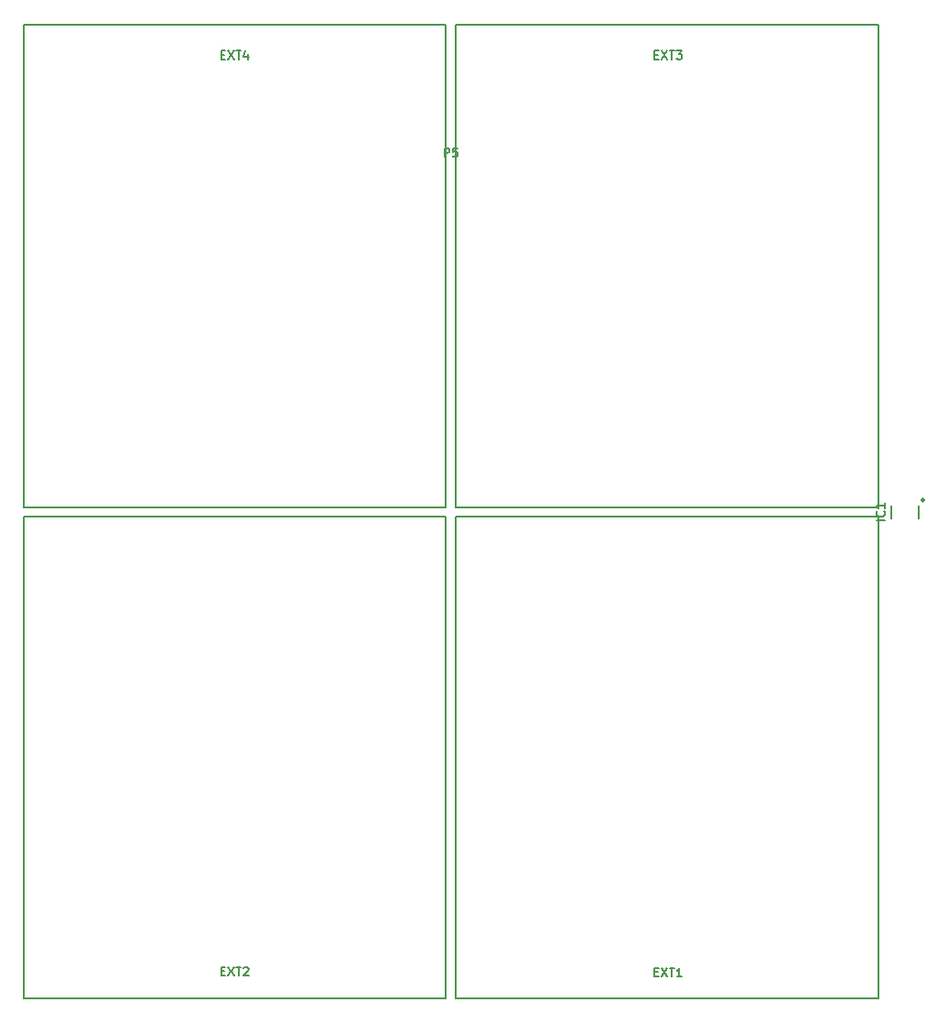
<source format=gbr>
G04 #@! TF.FileFunction,Legend,Top*
%FSLAX46Y46*%
G04 Gerber Fmt 4.6, Leading zero omitted, Abs format (unit mm)*
G04 Created by KiCad (PCBNEW 4.0.7) date 2019 March 19, Tuesday 10:43:39*
%MOMM*%
%LPD*%
G01*
G04 APERTURE LIST*
%ADD10C,0.150000*%
G04 APERTURE END LIST*
D10*
X84550000Y-45400000D02*
X84550000Y-90000000D01*
X45450000Y-45400000D02*
X84550000Y-45400000D01*
X45450000Y-90000000D02*
X45450000Y-45400000D01*
X84550000Y-90000000D02*
X45450000Y-90000000D01*
X45450000Y-44600000D02*
X45450000Y0D01*
X84550000Y-44600000D02*
X45450000Y-44600000D01*
X84550000Y0D02*
X84550000Y-44600000D01*
X45450000Y0D02*
X84550000Y0D01*
X44550000Y-45400000D02*
X44550000Y-90000000D01*
X5450000Y-45400000D02*
X44550000Y-45400000D01*
X5450000Y-90000000D02*
X5450000Y-45400000D01*
X44550000Y-90000000D02*
X5450000Y-90000000D01*
X88816227Y-43887068D02*
G75*
G03X88816227Y-43887068I-158114J0D01*
G01*
X85750000Y-44387068D02*
X85750000Y-45587068D01*
X88250000Y-44387068D02*
X88250000Y-45587068D01*
X5450000Y-44600000D02*
X5450000Y0D01*
X44550000Y-44600000D02*
X5450000Y-44600000D01*
X44550000Y0D02*
X44550000Y-44600000D01*
X5450000Y0D02*
X44550000Y0D01*
X63861904Y-87542857D02*
X64128571Y-87542857D01*
X64242857Y-87961905D02*
X63861904Y-87961905D01*
X63861904Y-87161905D01*
X64242857Y-87161905D01*
X64509524Y-87161905D02*
X65042857Y-87961905D01*
X65042857Y-87161905D02*
X64509524Y-87961905D01*
X65233333Y-87161905D02*
X65690476Y-87161905D01*
X65461905Y-87961905D02*
X65461905Y-87161905D01*
X66376191Y-87961905D02*
X65919048Y-87961905D01*
X66147619Y-87961905D02*
X66147619Y-87161905D01*
X66071429Y-87276190D01*
X65995238Y-87352381D01*
X65919048Y-87390476D01*
X63861904Y-2742857D02*
X64128571Y-2742857D01*
X64242857Y-3161905D02*
X63861904Y-3161905D01*
X63861904Y-2361905D01*
X64242857Y-2361905D01*
X64509524Y-2361905D02*
X65042857Y-3161905D01*
X65042857Y-2361905D02*
X64509524Y-3161905D01*
X65233333Y-2361905D02*
X65690476Y-2361905D01*
X65461905Y-3161905D02*
X65461905Y-2361905D01*
X65880953Y-2361905D02*
X66376191Y-2361905D01*
X66109524Y-2666667D01*
X66223810Y-2666667D01*
X66300000Y-2704762D01*
X66338096Y-2742857D01*
X66376191Y-2819048D01*
X66376191Y-3009524D01*
X66338096Y-3085714D01*
X66300000Y-3123810D01*
X66223810Y-3161905D01*
X65995238Y-3161905D01*
X65919048Y-3123810D01*
X65880953Y-3085714D01*
X23761904Y-87442857D02*
X24028571Y-87442857D01*
X24142857Y-87861905D02*
X23761904Y-87861905D01*
X23761904Y-87061905D01*
X24142857Y-87061905D01*
X24409524Y-87061905D02*
X24942857Y-87861905D01*
X24942857Y-87061905D02*
X24409524Y-87861905D01*
X25133333Y-87061905D02*
X25590476Y-87061905D01*
X25361905Y-87861905D02*
X25361905Y-87061905D01*
X25819048Y-87138095D02*
X25857143Y-87100000D01*
X25933334Y-87061905D01*
X26123810Y-87061905D01*
X26200000Y-87100000D01*
X26238096Y-87138095D01*
X26276191Y-87214286D01*
X26276191Y-87290476D01*
X26238096Y-87404762D01*
X25780953Y-87861905D01*
X26276191Y-87861905D01*
X85161905Y-45768020D02*
X84361905Y-45768020D01*
X85085714Y-44929925D02*
X85123810Y-44968020D01*
X85161905Y-45082306D01*
X85161905Y-45158496D01*
X85123810Y-45272782D01*
X85047619Y-45348973D01*
X84971429Y-45387068D01*
X84819048Y-45425163D01*
X84704762Y-45425163D01*
X84552381Y-45387068D01*
X84476190Y-45348973D01*
X84400000Y-45272782D01*
X84361905Y-45158496D01*
X84361905Y-45082306D01*
X84400000Y-44968020D01*
X84438095Y-44929925D01*
X85161905Y-44168020D02*
X85161905Y-44625163D01*
X85161905Y-44396592D02*
X84361905Y-44396592D01*
X84476190Y-44472782D01*
X84552381Y-44548973D01*
X84590476Y-44625163D01*
X44409524Y-12161905D02*
X44409524Y-11361905D01*
X44714286Y-11361905D01*
X44790477Y-11400000D01*
X44828572Y-11438095D01*
X44866667Y-11514286D01*
X44866667Y-11628571D01*
X44828572Y-11704762D01*
X44790477Y-11742857D01*
X44714286Y-11780952D01*
X44409524Y-11780952D01*
X45590477Y-11361905D02*
X45209524Y-11361905D01*
X45171429Y-11742857D01*
X45209524Y-11704762D01*
X45285715Y-11666667D01*
X45476191Y-11666667D01*
X45552381Y-11704762D01*
X45590477Y-11742857D01*
X45628572Y-11819048D01*
X45628572Y-12009524D01*
X45590477Y-12085714D01*
X45552381Y-12123810D01*
X45476191Y-12161905D01*
X45285715Y-12161905D01*
X45209524Y-12123810D01*
X45171429Y-12085714D01*
X23761904Y-2742857D02*
X24028571Y-2742857D01*
X24142857Y-3161905D02*
X23761904Y-3161905D01*
X23761904Y-2361905D01*
X24142857Y-2361905D01*
X24409524Y-2361905D02*
X24942857Y-3161905D01*
X24942857Y-2361905D02*
X24409524Y-3161905D01*
X25133333Y-2361905D02*
X25590476Y-2361905D01*
X25361905Y-3161905D02*
X25361905Y-2361905D01*
X26200000Y-2628571D02*
X26200000Y-3161905D01*
X26009524Y-2323810D02*
X25819048Y-2895238D01*
X26314286Y-2895238D01*
M02*

</source>
